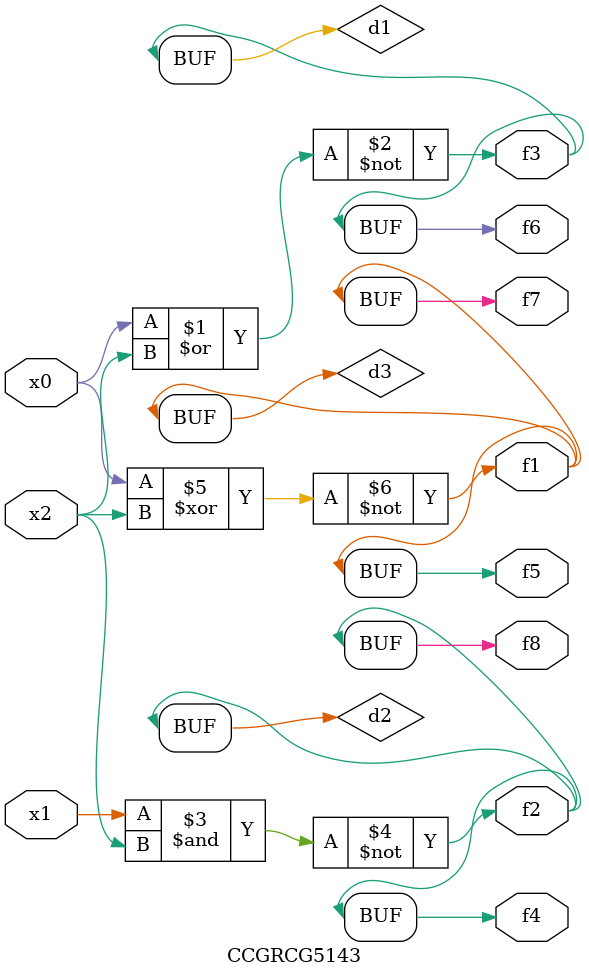
<source format=v>
module CCGRCG5143(
	input x0, x1, x2,
	output f1, f2, f3, f4, f5, f6, f7, f8
);

	wire d1, d2, d3;

	nor (d1, x0, x2);
	nand (d2, x1, x2);
	xnor (d3, x0, x2);
	assign f1 = d3;
	assign f2 = d2;
	assign f3 = d1;
	assign f4 = d2;
	assign f5 = d3;
	assign f6 = d1;
	assign f7 = d3;
	assign f8 = d2;
endmodule

</source>
